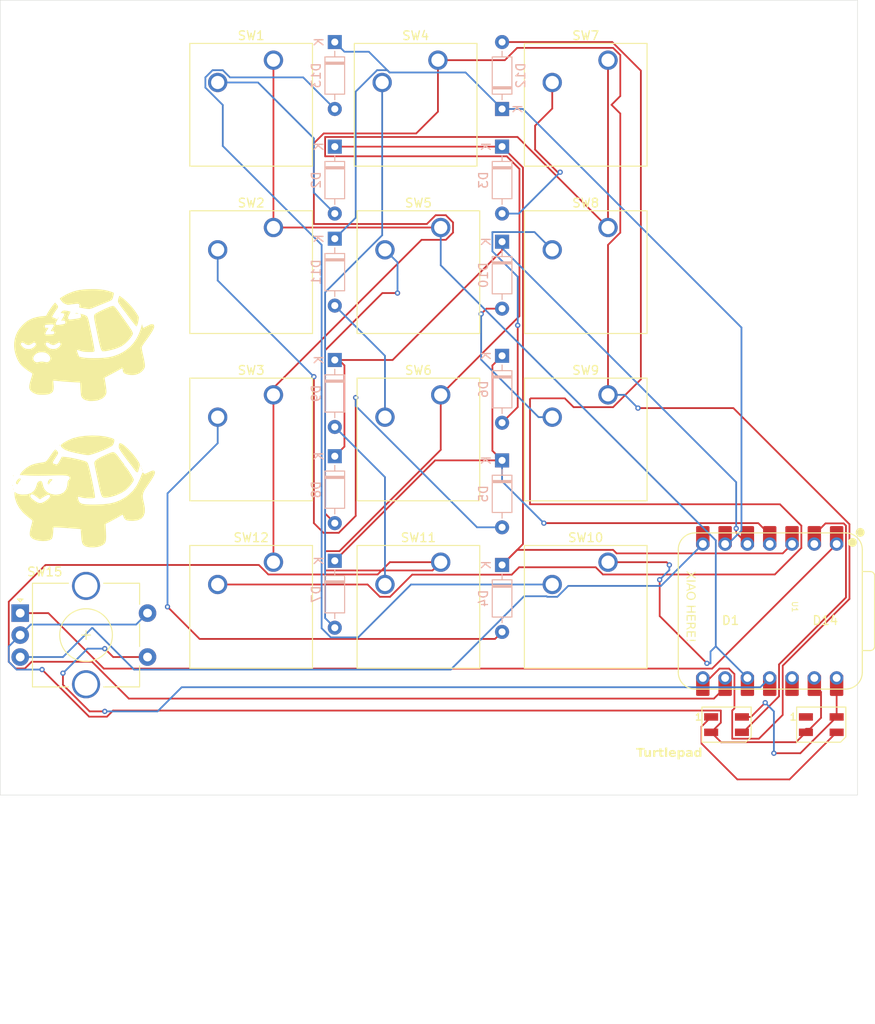
<source format=kicad_pcb>
(kicad_pcb (version 20240108) (generator "pcbnew") (generator_version "8.0")
  (layers (0 "F.Cu" signal) (31 "B.Cu" signal) (34 "B.Paste" user) (35 "F.Paste" user) (36 "B.SilkS" user "B.Silkscreen") (37 "F.SilkS" user "F.Silkscreen") (38 "B.Mask" user) (39 "F.Mask" user) (44 "Edge.Cuts" user))
  (net 0 "")
  (net 1 "Net-(D1-DOUT)")
  (net 2 "+5V")
  (net 3 "Net-(D1-DIN)")
  (net 4 "Net-(D2-K)")
  (net 5 "Net-(D2-A)")
  (net 6 "Net-(D3-A)")
  (net 7 "Net-(D4-A)")
  (net 8 "Net-(D5-A)")
  (net 9 "Net-(D5-K)")
  (net 10 "Net-(D6-A)")
  (net 11 "Net-(D7-A)")
  (net 12 "Net-(D8-A)")
  (net 13 "Net-(D10-K)")
  (net 14 "Net-(D9-A)")
  (net 15 "Net-(D10-A)")
  (net 16 "Net-(D11-A)")
  (net 17 "Net-(D11-K)")
  (net 18 "Net-(D12-A)")
  (net 19 "Net-(D13-A)")
  (net 21 "Net-(U1-GPIO4{slash}MISO)")
  (net 22 "Net-(U1-GPIO1{slash}RX)")
  (net 23 "Net-(U1-GPIO2{slash}SCK)")
  (net 24 "Net-(U1-GPIO26{slash}ADC0{slash}A0)")
  (net 25 "Net-(U1-GPIO3{slash}MOSI)")
  (net 26 "Net-(U1-GPIO0{slash}TX)")
  (net 28 "GND")
  (footprint "Button_Switch_Keyboard:SW_Cherry_MX_1.00u_PCB" (layer "F.Cu") (at 131.1275 68.73875)
    (property "Reference" "SW8" (at -2.54 -2.794 0) (layer "F.SilkS"))
    (property "Value" "SW_Push")
    (pad "" np_thru_hole circle (at -7.62 5.08) (size 1.7 1.7) (drill 1.7) (layers "*.Cu" "*.Mask"))
    (pad "" np_thru_hole circle (at -2.54 5.08) (size 4 4) (drill 4) (layers "*.Cu" "*.Mask"))
    (pad "" np_thru_hole circle (at 2.54 5.08) (size 1.7 1.7) (drill 1.7) (layers "*.Cu" "*.Mask"))
    (pad "1" thru_hole circle (at 0 0) (size 2.2 2.2) (drill 1.5) (layers "*.Cu" "*.Mask") (net 23 "Net-(U1-GPIO2{slash}SCK)"))
    (pad "2" thru_hole circle (at -6.35 2.54) (size 2.2 2.2) (drill 1.5) (layers "*.Cu" "*.Mask") (net 10 "Net-(D6-A)"))
  )
  (footprint "LED_SMD:LED_SK6812MINI_PLCC4_3.5x3.5mm_P1.75mm" (layer "F.Cu") (at 155.4125 125.33125)
    (property "Reference" "D14" (at 0.455 -11.8615 0) (layer "F.SilkS"))
    (property "Value" "SK6812MINI")
    (fp_text user "1" (at -3.2 -0.875 0) (layer "F.SilkS") (effects (font (size 0.8 0.8))))
    (pad "1" smd rect (at -1.75 -0.875) (size 1.6 0.85) (layers "F.Cu" "F.Paste" "F.Mask"))
    (pad "2" smd rect (at -1.75 0.875) (size 1.6 0.85) (layers "F.Cu" "F.Paste" "F.Mask") (net 28 "GND"))
    (pad "3" smd rect (at 1.75 0.875) (size 1.6 0.85) (layers "F.Cu" "F.Paste" "F.Mask") (net 1 "Net-(D1-DOUT)"))
    (pad "4" smd rect (at 1.75 -0.875) (size 1.6 0.85) (layers "F.Cu" "F.Paste" "F.Mask") (net 2 "+5V"))
  )
  (footprint "Button_Switch_Keyboard:SW_Cherry_MX_1.00u_PCB" (layer "F.Cu") (at 93.0275 87.78875)
    (property "Reference" "SW3" (at -2.54 -2.794 0) (layer "F.SilkS"))
    (property "Value" "SW_Push")
    (pad "" np_thru_hole circle (at -7.62 5.08) (size 1.7 1.7) (drill 1.7) (layers "*.Cu" "*.Mask"))
    (pad "" np_thru_hole circle (at -2.54 5.08) (size 4 4) (drill 4) (layers "*.Cu" "*.Mask"))
    (pad "" np_thru_hole circle (at 2.54 5.08) (size 1.7 1.7) (drill 1.7) (layers "*.Cu" "*.Mask"))
    (pad "1" thru_hole circle (at 0 0) (size 2.2 2.2) (drill 1.5) (layers "*.Cu" "*.Mask") (net 22 "Net-(U1-GPIO1{slash}RX)"))
    (pad "2" thru_hole circle (at -6.35 2.54) (size 2.2 2.2) (drill 1.5) (layers "*.Cu" "*.Mask") (net 7 "Net-(D4-A)"))
  )
  (footprint "Button_Switch_Keyboard:SW_Cherry_MX_1.00u_PCB" (layer "F.Cu") (at 93.0275 106.83875)
    (property "Reference" "SW12" (at -2.54 -2.794 0) (layer "F.SilkS"))
    (property "Value" "SW_Push")
    (pad "" np_thru_hole circle (at -7.62 5.08) (size 1.7 1.7) (drill 1.7) (layers "*.Cu" "*.Mask"))
    (pad "" np_thru_hole circle (at -2.54 5.08) (size 4 4) (drill 4) (layers "*.Cu" "*.Mask"))
    (pad "" np_thru_hole circle (at 2.54 5.08) (size 1.7 1.7) (drill 1.7) (layers "*.Cu" "*.Mask"))
    (pad "1" thru_hole circle (at 0 0) (size 2.2 2.2) (drill 1.5) (layers "*.Cu" "*.Mask") (net 22 "Net-(U1-GPIO1{slash}RX)"))
    (pad "2" thru_hole circle (at -6.35 2.54) (size 2.2 2.2) (drill 1.5) (layers "*.Cu" "*.Mask") (net 18 "Net-(D12-A)"))
  )
  (footprint "Button_Switch_Keyboard:SW_Cherry_MX_1.00u_PCB" (layer "F.Cu") (at 131.1275 106.83875)
    (property "Reference" "SW10" (at -2.54 -2.794 0) (layer "F.SilkS"))
    (property "Value" "SW_Push")
    (pad "" np_thru_hole circle (at -7.62 5.08) (size 1.7 1.7) (drill 1.7) (layers "*.Cu" "*.Mask"))
    (pad "" np_thru_hole circle (at -2.54 5.08) (size 4 4) (drill 4) (layers "*.Cu" "*.Mask"))
    (pad "" np_thru_hole circle (at 2.54 5.08) (size 1.7 1.7) (drill 1.7) (layers "*.Cu" "*.Mask"))
    (pad "1" thru_hole circle (at 0 0) (size 2.2 2.2) (drill 1.5) (layers "*.Cu" "*.Mask") (net 21 "Net-(U1-GPIO4{slash}MISO)"))
    (pad "2" thru_hole circle (at -6.35 2.54) (size 2.2 2.2) (drill 1.5) (layers "*.Cu" "*.Mask") (net 19 "Net-(D13-A)"))
  )
  (footprint "Button_Switch_Keyboard:SW_Cherry_MX_1.00u_PCB" (layer "F.Cu") (at 131.1275 49.68875)
    (property "Reference" "SW7" (at -2.54 -2.794 0) (layer "F.SilkS"))
    (property "Value" "SW_Push")
    (pad "" np_thru_hole circle (at -7.62 5.08) (size 1.7 1.7) (drill 1.7) (layers "*.Cu" "*.Mask"))
    (pad "" np_thru_hole circle (at -2.54 5.08) (size 4 4) (drill 4) (layers "*.Cu" "*.Mask"))
    (pad "" np_thru_hole circle (at 2.54 5.08) (size 1.7 1.7) (drill 1.7) (layers "*.Cu" "*.Mask"))
    (pad "1" thru_hole circle (at 0 0) (size 2.2 2.2) (drill 1.5) (layers "*.Cu" "*.Mask") (net 23 "Net-(U1-GPIO2{slash}SCK)"))
    (pad "2" thru_hole circle (at -6.35 2.54) (size 2.2 2.2) (drill 1.5) (layers "*.Cu" "*.Mask") (net 6 "Net-(D3-A)"))
  )
  (footprint "Button_Switch_Keyboard:SW_Cherry_MX_1.00u_PCB" (layer "F.Cu") (at 112.0775 68.73875)
    (property "Reference" "SW5" (at -2.54 -2.794 0) (layer "F.SilkS"))
    (property "Value" "SW_Push")
    (pad "" np_thru_hole circle (at -7.62 5.08) (size 1.7 1.7) (drill 1.7) (layers "*.Cu" "*.Mask"))
    (pad "" np_thru_hole circle (at -2.54 5.08) (size 4 4) (drill 4) (layers "*.Cu" "*.Mask"))
    (pad "" np_thru_hole circle (at 2.54 5.08) (size 1.7 1.7) (drill 1.7) (layers "*.Cu" "*.Mask"))
    (pad "1" thru_hole circle (at 0 0) (size 2.2 2.2) (drill 1.5) (layers "*.Cu" "*.Mask") (net 21 "Net-(U1-GPIO4{slash}MISO)"))
    (pad "2" thru_hole circle (at -6.35 2.54) (size 2.2 2.2) (drill 1.5) (layers "*.Cu" "*.Mask") (net 12 "Net-(D8-A)"))
  )
  (footprint "LOGO" (layer "F.Cu") (at 71.4375 97.63125)
    (property "Reference" "G***" (hide yes))
    (property "Value" "LOGO" (hide yes))
  )
  (footprint "tlibfootprint:XIAO-RP2040-DIP" (layer "F.Cu") (at 149.5425 112.395 -90)
    (property "Reference" "U1" (at -0.47625 -2.8575 -90) (layer "F.SilkS") (effects (font (size 0.635 0.635) (thickness 0.1016))))
    (property "Value" "XIAO-RP2040-DIP")
    (pad "1" smd roundrect (at -8.455 -7.62 90) (size 2.432 1.524) (layers "F.Cu" "F.Mask") (roundrect_rratio 0.1) (net 24 "Net-(U1-GPIO26{slash}ADC0{slash}A0)"))
    (pad "1" thru_hole circle (at -7.62 -7.62 90) (size 1.524 1.524) (drill 0.889) (layers "*.Cu" "*.Mask") (net 24 "Net-(U1-GPIO26{slash}ADC0{slash}A0)"))
    (pad "2" smd roundrect (at -8.455 -5.08 90) (size 2.432 1.524) (layers "F.Cu" "F.Mask") (roundrect_rratio 0.1) (net 3 "Net-(D1-DIN)"))
    (pad "2" thru_hole circle (at -7.62 -5.08 90) (size 1.524 1.524) (drill 0.889) (layers "*.Cu" "*.Mask") (net 3 "Net-(D1-DIN)"))
    (pad "3" smd roundrect (at -8.455 -2.54 90) (size 2.432 1.524) (layers "F.Cu" "F.Mask") (roundrect_rratio 0.1) (net 4 "Net-(D2-K)"))
    (pad "3" thru_hole circle (at -7.62 -2.54 90) (size 1.524 1.524) (drill 0.889) (layers "*.Cu" "*.Mask") (net 4 "Net-(D2-K)"))
    (pad "4" smd roundrect (at -8.455 0 90) (size 2.432 1.524) (layers "F.Cu" "F.Mask") (roundrect_rratio 0.1) (net 9 "Net-(D5-K)"))
    (pad "4" thru_hole circle (at -7.62 0 90) (size 1.524 1.524) (drill 0.889) (layers "*.Cu" "*.Mask") (net 9 "Net-(D5-K)"))
    (pad "5" smd roundrect (at -8.455 2.54 90) (size 2.432 1.524) (layers "F.Cu" "F.Mask") (roundrect_rratio 0.1) (net 13 "Net-(D10-K)"))
    (pad "5" thru_hole circle (at -7.62 2.54 90) (size 1.524 1.524) (drill 0.889) (layers "*.Cu" "*.Mask") (net 13 "Net-(D10-K)"))
    (pad "6" smd roundrect (at -8.455 5.08 90) (size 2.432 1.524) (layers "F.Cu" "F.Mask") (roundrect_rratio 0.1) (net 17 "Net-(D11-K)"))
    (pad "6" thru_hole circle (at -7.62 5.08 90) (size 1.524 1.524) (drill 0.889) (layers "*.Cu" "*.Mask") (net 17 "Net-(D11-K)"))
    (pad "7" smd roundrect (at -8.455 7.62 90) (size 2.432 1.524) (layers "F.Cu" "F.Mask") (roundrect_rratio 0.1) (net 26 "Net-(U1-GPIO0{slash}TX)"))
    (pad "7" thru_hole circle (at -7.62 7.62 90) (size 1.524 1.524) (drill 0.889) (layers "*.Cu" "*.Mask") (net 26 "Net-(U1-GPIO0{slash}TX)"))
    (pad "8" thru_hole circle (at 7.62 7.62 270) (size 1.524 1.524) (drill 0.889) (layers "*.Cu" "*.Mask") (net 22 "Net-(U1-GPIO1{slash}RX)"))
    (pad "8" smd roundrect (at 8.455 7.62 270) (size 2.432 1.524) (layers "F.Cu" "F.Mask") (roundrect_rratio 0.1) (net 22 "Net-(U1-GPIO1{slash}RX)"))
    (pad "9" thru_hole circle (at 7.62 5.08 270) (size 1.524 1.524) (drill 0.889) (layers "*.Cu" "*.Mask") (net 23 "Net-(U1-GPIO2{slash}SCK)"))
    (pad "9" smd roundrect (at 8.455 5.08 270) (size 2.432 1.524) (layers "F.Cu" "F.Mask") (roundrect_rratio 0.1) (net 23 "Net-(U1-GPIO2{slash}SCK)"))
    (pad "10" thru_hole circle (at 7.62 2.54 270) (size 1.524 1.524) (drill 0.889) (layers "*.Cu" "*.Mask") (net 21 "Net-(U1-GPIO4{slash}MISO)"))
    (pad "10" smd roundrect (at 8.455 2.54 270) (size 2.432 1.524) (layers "F.Cu" "F.Mask") (roundrect_rratio 0.1) (net 21 "Net-(U1-GPIO4{slash}MISO)"))
    (pad "11" thru_hole circle (at 7.62 0 270) (size 1.524 1.524) (drill 0.889) (layers "*.Cu" "*.Mask") (net 25 "Net-(U1-GPIO3{slash}MOSI)"))
    (pad "11" smd roundrect (at 8.455 0 270) (size 2.432 1.524) (layers "F.Cu" "F.Mask") (roundrect_rratio 0.1) (net 25 "Net-(U1-GPIO3{slash}MOSI)"))
    (pad "12" thru_hole circle (at 7.62 -2.54 270) (size 1.524 1.524) (drill 0.889) (layers "*.Cu" "*.Mask"))
    (pad "12" smd roundrect (at 8.455 -2.54 270) (size 2.432 1.524) (layers "F.Cu" "F.Mask") (roundrect_rratio 0.1))
    (pad "13" thru_hole circle (at 7.62 -5.08 270) (size 1.524 1.524) (drill 0.889) (layers "*.Cu" "*.Mask") (net 28 "GND"))
    (pad "13" smd roundrect (at 8.455 -5.08 270) (size 2.432 1.524) (layers "F.Cu" "F.Mask") (roundrect_rratio 0.1) (net 28 "GND"))
    (pad "14" thru_hole circle (at 7.62 -7.62 270) (size 1.524 1.524) (drill 0.889) (layers "*.Cu" "*.Mask") (net 2 "+5V"))
    (pad "14" smd roundrect (at 8.455 -7.62 270) (size 2.432 1.524) (layers "F.Cu" "F.Mask") (roundrect_rratio 0.1) (net 2 "+5V"))
  )
  (footprint "Button_Switch_Keyboard:SW_Cherry_MX_1.00u_PCB" (layer "F.Cu") (at 111.76 49.68875)
    (property "Reference" "SW4" (at -2.54 -2.794 0) (layer "F.SilkS"))
    (property "Value" "SW_Push")
    (pad "" np_thru_hole circle (at -7.62 5.08) (size 1.7 1.7) (drill 1.7) (layers "*.Cu" "*.Mask"))
    (pad "" np_thru_hole circle (at -2.54 5.08) (size 4 4) (drill 4) (layers "*.Cu" "*.Mask"))
    (pad "" np_thru_hole circle (at 2.54 5.08) (size 1.7 1.7) (drill 1.7) (layers "*.Cu" "*.Mask"))
    (pad "1" thru_hole circle (at 0 0) (size 2.2 2.2) (drill 1.5) (layers "*.Cu" "*.Mask") (net 22 "Net-(U1-GPIO1{slash}RX)"))
    (pad "2" thru_hole circle (at -6.35 2.54) (size 2.2 2.2) (drill 1.5) (layers "*.Cu" "*.Mask") (net 11 "Net-(D7-A)"))
  )
  (footprint "Button_Switch_Keyboard:SW_Cherry_MX_1.00u_PCB" (layer "F.Cu") (at 112.0775 106.83875)
    (property "Reference" "SW11" (at -2.54 -2.794 0) (layer "F.SilkS"))
    (property "Value" "SW_Push")
    (pad "" np_thru_hole circle (at -7.62 5.08) (size 1.7 1.7) (drill 1.7) (layers "*.Cu" "*.Mask"))
    (pad "" np_thru_hole circle (at -2.54 5.08) (size 4 4) (drill 4) (layers "*.Cu" "*.Mask"))
    (pad "" np_thru_hole circle (at 2.54 5.08) (size 1.7 1.7) (drill 1.7) (layers "*.Cu" "*.Mask"))
    (pad "1" thru_hole circle (at 0 0) (size 2.2 2.2) (drill 1.5) (layers "*.Cu" "*.Mask") (net 23 "Net-(U1-GPIO2{slash}SCK)"))
    (pad "2" thru_hole circle (at -6.35 2.54) (size 2.2 2.2) (drill 1.5) (layers "*.Cu" "*.Mask") (net 14 "Net-(D9-A)"))
  )
  (footprint "Button_Switch_Keyboard:SW_Cherry_MX_1.00u_PCB" (layer "F.Cu") (at 131.1275 87.78875)
    (property "Reference" "SW9" (at -2.54 -2.794 0) (layer "F.SilkS"))
    (property "Value" "SW_Push")
    (pad "" np_thru_hole circle (at -7.62 5.08) (size 1.7 1.7) (drill 1.7) (layers "*.Cu" "*.Mask"))
    (pad "" np_thru_hole circle (at -2.54 5.08) (size 4 4) (drill 4) (layers "*.Cu" "*.Mask"))
    (pad "" np_thru_hole circle (at 2.54 5.08) (size 1.7 1.7) (drill 1.7) (layers "*.Cu" "*.Mask"))
    (pad "1" thru_hole circle (at 0 0) (size 2.2 2.2) (drill 1.5) (layers "*.Cu" "*.Mask") (net 22 "Net-(U1-GPIO1{slash}RX)"))
    (pad "2" thru_hole circle (at -6.35 2.54) (size 2.2 2.2) (drill 1.5) (layers "*.Cu" "*.Mask") (net 15 "Net-(D10-A)"))
  )
  (footprint "Button_Switch_Keyboard:SW_Cherry_MX_1.00u_PCB" (layer "F.Cu") (at 93.0275 49.68875)
    (property "Reference" "SW1" (at -2.54 -2.794 0) (layer "F.SilkS"))
    (property "Value" "SW_Push")
    (pad "" np_thru_hole circle (at -7.62 5.08) (size 1.7 1.7) (drill 1.7) (layers "*.Cu" "*.Mask"))
    (pad "" np_thru_hole circle (at -2.54 5.08) (size 4 4) (drill 4) (layers "*.Cu" "*.Mask"))
    (pad "" np_thru_hole circle (at 2.54 5.08) (size 1.7 1.7) (drill 1.7) (layers "*.Cu" "*.Mask"))
    (pad "1" thru_hole circle (at 0 0) (size 2.2 2.2) (drill 1.5) (layers "*.Cu" "*.Mask") (net 21 "Net-(U1-GPIO4{slash}MISO)"))
    (pad "2" thru_hole circle (at -6.35 2.54) (size 2.2 2.2) (drill 1.5) (layers "*.Cu" "*.Mask") (net 5 "Net-(D2-A)"))
  )
  (footprint "LOGO" (layer "F.Cu") (at 71.4375 80.9625)
    (property "Reference" "G***" (hide yes))
    (property "Value" "LOGO" (hide yes))
  )
  (footprint "Button_Switch_Keyboard:SW_Cherry_MX_1.00u_PCB" (layer "F.Cu") (at 112.0775 87.78875)
    (property "Reference" "SW6" (at -2.54 -2.794 0) (layer "F.SilkS"))
    (property "Value" "SW_Push")
    (pad "" np_thru_hole circle (at -7.62 5.08) (size 1.7 1.7) (drill 1.7) (layers "*.Cu" "*.Mask"))
    (pad "" np_thru_hole circle (at -2.54 5.08) (size 4 4) (drill 4) (layers "*.Cu" "*.Mask"))
    (pad "" np_thru_hole circle (at 2.54 5.08) (size 1.7 1.7) (drill 1.7) (layers "*.Cu" "*.Mask"))
    (pad "1" thru_hole circle (at 0 0) (size 2.2 2.2) (drill 1.5) (layers "*.Cu" "*.Mask") (net 23 "Net-(U1-GPIO2{slash}SCK)"))
    (pad "2" thru_hole circle (at -6.35 2.54) (size 2.2 2.2) (drill 1.5) (layers "*.Cu" "*.Mask") (net 16 "Net-(D11-A)"))
  )
  (footprint "Button_Switch_Keyboard:SW_Cherry_MX_1.00u_PCB" (layer "F.Cu") (at 93.0275 68.73875)
    (property "Reference" "SW2" (at -2.54 -2.794 0) (layer "F.SilkS"))
    (property "Value" "SW_Push")
    (pad "" np_thru_hole circle (at -7.62 5.08) (size 1.7 1.7) (drill 1.7) (layers "*.Cu" "*.Mask"))
    (pad "" np_thru_hole circle (at -2.54 5.08) (size 4 4) (drill 4) (layers "*.Cu" "*.Mask"))
    (pad "" np_thru_hole circle (at 2.54 5.08) (size 1.7 1.7) (drill 1.7) (layers "*.Cu" "*.Mask"))
    (pad "1" thru_hole circle (at 0 0) (size 2.2 2.2) (drill 1.5) (layers "*.Cu" "*.Mask") (net 21 "Net-(U1-GPIO4{slash}MISO)"))
    (pad "2" thru_hole circle (at -6.35 2.54) (size 2.2 2.2) (drill 1.5) (layers "*.Cu" "*.Mask") (net 8 "Net-(D5-A)"))
  )
  (footprint "Rotary_Encoder:RotaryEncoder_Alps_EC11E-Switch_Vertical_H20mm_CircularMountingHoles" (layer "F.Cu") (at 64.1875 112.6375)
    (property "Reference" "SW15" (at 2.8 -4.7 0) (layer "F.SilkS"))
    (property "Value" "RotaryEncoder_Switch")
    (pad "A" thru_hole rect (at 0 0) (size 2 2) (drill 1) (layers "*.Cu" "*.Mask") (net 24 "Net-(U1-GPIO26{slash}ADC0{slash}A0)"))
    (pad "B" thru_hole circle (at 0 5) (size 2 2) (drill 1) (layers "*.Cu" "*.Mask") (net 26 "Net-(U1-GPIO0{slash}TX)"))
    (pad "C" thru_hole circle (at 0 2.5) (size 2 2) (drill 1) (layers "*.Cu" "*.Mask") (net 28 "GND"))
    (pad "MP" thru_hole circle (at 7.5 -3.1) (size 3.2 3.2) (drill 2.6) (layers "*.Cu" "*.Mask"))
    (pad "MP" thru_hole circle (at 7.5 8.1) (size 3.2 3.2) (drill 2.6) (layers "*.Cu" "*.Mask"))
    (pad "S1" thru_hole circle (at 14.5 5) (size 2 2) (drill 1) (layers "*.Cu" "*.Mask") (net 25 "Net-(U1-GPIO3{slash}MOSI)"))
    (pad "S2" thru_hole circle (at 14.5 0) (size 2 2) (drill 1) (layers "*.Cu" "*.Mask") (net 28 "GND"))
  )
  (footprint "LED_SMD:LED_SK6812MINI_PLCC4_3.5x3.5mm_P1.75mm" (layer "F.Cu") (at 144.625 125.33125)
    (property "Reference" "D1" (at 0.455 -11.8615 0) (layer "F.SilkS"))
    (property "Value" "SK6812MINI")
    (fp_text user "1" (at -3.2 -0.875 0) (layer "F.SilkS") (effects (font (size 0.8 0.8))))
    (pad "1" smd rect (at -1.75 -0.875) (size 1.6 0.85) (layers "F.Cu" "F.Paste" "F.Mask") (net 1 "Net-(D1-DOUT)"))
    (pad "2" smd rect (at -1.75 0.875) (size 1.6 0.85) (layers "F.Cu" "F.Paste" "F.Mask") (net 28 "GND"))
    (pad "3" smd rect (at 1.75 0.875) (size 1.6 0.85) (layers "F.Cu" "F.Paste" "F.Mask") (net 3 "Net-(D1-DIN)"))
    (pad "4" smd rect (at 1.75 -0.875) (size 1.6 0.85) (layers "F.Cu" "F.Paste" "F.Mask") (net 2 "+5V"))
  )
  (footprint "Diode_THT:D_DO-35_SOD27_P7.62mm_Horizontal" (layer "B.Cu") (at 100.0125 83.82 -90)
    (property "Reference" "D9" (at 3.81 2.12 90) (layer "B.SilkS") (effects (justify mirror)))
    (property "Value" "D")
    (fp_text user "K" (at 0 1.8 90) (layer "B.SilkS") (effects (justify mirror)))
    (pad "1" thru_hole rect (at 0 0 270) (size 1.6 1.6) (drill 0.8) (layers "*.Cu" "*.Mask") (net 13 "Net-(D10-K)"))
    (pad "2" thru_hole oval (at 7.62 0 270) (size 1.6 1.6) (drill 0.8) (layers "*.Cu" "*.Mask") (net 14 "Net-(D9-A)"))
  )
  (footprint "Diode_THT:D_DO-35_SOD27_P7.62mm_Horizontal" (layer "B.Cu") (at 100.0125 70.00875 -90)
    (property "Reference" "D11" (at 3.81 2.12 90) (layer "B.SilkS") (effects (justify mirror)))
    (property "Value" "D")
    (fp_text user "K" (at 0 1.8 90) (layer "B.SilkS") (effects (justify mirror)))
    (pad "1" thru_hole rect (at 0 0 270) (size 1.6 1.6) (drill 0.8) (layers "*.Cu" "*.Mask") (net 17 "Net-(D11-K)"))
    (pad "2" thru_hole oval (at 7.62 0 270) (size 1.6 1.6) (drill 0.8) (layers "*.Cu" "*.Mask") (net 16 "Net-(D11-A)"))
  )
  (footprint "Diode_THT:D_DO-35_SOD27_P7.62mm_Horizontal" (layer "B.Cu") (at 119.0625 59.53125 -90)
    (property "Reference" "D3" (at 3.81 2.12 90) (layer "B.SilkS") (effects (justify mirror)))
    (property "Value" "D")
    (fp_text user "K" (at 0 1.8 90) (layer "B.SilkS") (effects (justify mirror)))
    (pad "1" thru_hole rect (at 0 0 270) (size 1.6 1.6) (drill 0.8) (layers "*.Cu" "*.Mask") (net 4 "Net-(D2-K)"))
    (pad "2" thru_hole oval (at 7.62 0 270) (size 1.6 1.6) (drill 0.8) (layers "*.Cu" "*.Mask") (net 6 "Net-(D3-A)"))
  )
  (footprint "Diode_THT:D_DO-35_SOD27_P7.62mm_Horizontal" (layer "B.Cu") (at 100.0125 106.68 -90)
    (property "Reference" "D7" (at 3.81 2.12 90) (layer "B.SilkS") (effects (justify mirror)))
    (property "Value" "D")
    (fp_text user "K" (at 0 1.8 90) (layer "B.SilkS") (effects (justify mirror)))
    (pad "1" thru_hole rect (at 0 0 270) (size 1.6 1.6) (drill 0.8) (layers "*.Cu" "*.Mask") (net 9 "Net-(D5-K)"))
    (pad "2" thru_hole oval (at 7.62 0 270) (size 1.6 1.6) (drill 0.8) (layers "*.Cu" "*.Mask") (net 11 "Net-(D7-A)"))
  )
  (footprint "Diode_THT:D_DO-35_SOD27_P7.62mm_Horizontal" (layer "B.Cu") (at 119.0625 83.34375 -90)
    (property "Reference" "D6" (at 3.81 2.12 90) (layer "B.SilkS") (effects (justify mirror)))
    (property "Value" "D")
    (fp_text user "K" (at 0 1.8 90) (layer "B.SilkS") (effects (justify mirror)))
    (pad "1" thru_hole rect (at 0 0 270) (size 1.6 1.6) (drill 0.8) (layers "*.Cu" "*.Mask") (net 9 "Net-(D5-K)"))
    (pad "2" thru_hole oval (at 7.62 0 270) (size 1.6 1.6) (drill 0.8) (layers "*.Cu" "*.Mask") (net 10 "Net-(D6-A)"))
  )
  (footprint "Diode_THT:D_DO-35_SOD27_P7.62mm_Horizontal" (layer "B.Cu") (at 119.0625 55.245 90)
    (property "Reference" "D12" (at 3.81 2.12 90) (layer "B.SilkS") (effects (justify mirror)))
    (property "Value" "D")
    (fp_text user "K" (at 0 1.8 90) (layer "B.SilkS") (effects (justify mirror)))
    (pad "1" thru_hole rect (at 0 0 90) (size 1.6 1.6) (drill 0.8) (layers "*.Cu" "*.Mask") (net 17 "Net-(D11-K)"))
    (pad "2" thru_hole oval (at 7.62 0 90) (size 1.6 1.6) (drill 0.8) (layers "*.Cu" "*.Mask") (net 18 "Net-(D12-A)"))
  )
  (footprint "Diode_THT:D_DO-35_SOD27_P7.62mm_Horizontal" (layer "B.Cu") (at 119.0625 70.35625 -90)
    (property "Reference" "D10" (at 3.81 2.12 90) (layer "B.SilkS") (effects (justify mirror)))
    (property "Value" "D")
    (fp_text user "K" (at 0 1.8 90) (layer "B.SilkS") (effects (justify mirror)))
    (pad "1" thru_hole rect (at 0 0 270) (size 1.6 1.6) (drill 0.8) (layers "*.Cu" "*.Mask") (net 13 "Net-(D10-K)"))
    (pad "2" thru_hole oval (at 7.62 0 270) (size 1.6 1.6) (drill 0.8) (layers "*.Cu" "*.Mask") (net 15 "Net-(D10-A)"))
  )
  (footprint "Diode_THT:D_DO-35_SOD27_P7.62mm_Horizontal" (layer "B.Cu") (at 100.0125 94.77375 -90)
    (property "Reference" "D8" (at 3.81 2.12 90) (layer "B.SilkS") (effects (justify mirror)))
    (property "Value" "D")
    (fp_text user "K" (at 0 1.8 90) (layer "B.SilkS") (effects (justify mirror)))
    (pad "1" thru_hole rect (at 0 0 270) (size 1.6 1.6) (drill 0.8) (layers "*.Cu" "*.Mask") (net 13 "Net-(D10-K)"))
    (pad "2" thru_hole oval (at 7.62 0 270) (size 1.6 1.6) (drill 0.8) (layers "*.Cu" "*.Mask") (net 12 "Net-(D8-A)"))
  )
  (footprint "Diode_THT:D_DO-35_SOD27_P7.62mm_Horizontal" (layer "B.Cu") (at 119.0625 107.15625 -90)
    (property "Reference" "D4" (at 3.81 2.12 90) (layer "B.SilkS") (effects (justify mirror)))
    (property "Value" "D")
    (fp_text user "K" (at 0 1.8 90) (layer "B.SilkS") (effects (justify mirror)))
    (pad "1" thru_hole rect (at 0 0 270) (size 1.6 1.6) (drill 0.8) (layers "*.Cu" "*.Mask") (net 4 "Net-(D2-K)"))
    (pad "2" thru_hole oval (at 7.62 0 270) (size 1.6 1.6) (drill 0.8) (layers "*.Cu" "*.Mask") (net 7 "Net-(D4-A)"))
  )
  (footprint "Diode_THT:D_DO-35_SOD27_P7.62mm_Horizontal" (layer "B.Cu") (at 119.0625 95.25 -90)
    (property "Reference" "D5" (at 3.81 2.12 90) (layer "B.SilkS") (effects (justify mirror)))
    (property "Value" "D")
    (fp_text user "K" (at 0 1.8 90) (layer "B.SilkS") (effects (justify mirror)))
    (pad "1" thru_hole rect (at 0 0 270) (size 1.6 1.6) (drill 0.8) (layers "*.Cu" "*.Mask") (net 9 "Net-(D5-K)"))
    (pad "2" thru_hole oval (at 7.62 0 270) (size 1.6 1.6) (drill 0.8) (layers "*.Cu" "*.Mask") (net 8 "Net-(D5-A)"))
  )
  (footprint "Diode_THT:D_DO-35_SOD27_P7.62mm_Horizontal" (layer "B.Cu") (at 100.0125 47.625 -90)
    (property "Reference" "D13" (at 3.81 2.12 90) (layer "B.SilkS") (effects (justify mirror)))
    (property "Value" "D")
    (fp_text user "K" (at 0 1.8 90) (layer "B.SilkS") (effects (justify mirror)))
    (pad "1" thru_hole rect (at 0 0 270) (size 1.6 1.6) (drill 0.8) (layers "*.Cu" "*.Mask") (net 17 "Net-(D11-K)"))
    (pad "2" thru_hole oval (at 7.62 0 270) (size 1.6 1.6) (drill 0.8) (layers "*.Cu" "*.Mask") (net 19 "Net-(D13-A)"))
  )
  (footprint "Diode_THT:D_DO-35_SOD27_P7.62mm_Horizontal" (layer "B.Cu") (at 100.0125 59.53125 -90)
    (property "Reference" "D2" (at 3.81 2.12 90) (layer "B.SilkS") (effects (justify mirror)))
    (property "Value" "D")
    (fp_text user "K" (at 0 1.8 90) (layer "B.SilkS") (effects (justify mirror)))
    (pad "1" thru_hole rect (at 0 0 270) (size 1.6 1.6) (drill 0.8) (layers "*.Cu" "*.Mask") (net 4 "Net-(D2-K)"))
    (pad "2" thru_hole oval (at 7.62 0 270) (size 1.6 1.6) (drill 0.8) (layers "*.Cu" "*.Mask") (net 5 "Net-(D2-A)"))
  )
  (gr_rect (start 61.9125 42.8625) (end 159.54375 133.35) (stroke (width 0.05)) (fill none) (layer "Edge.Cuts"))
  (gr_text "Turtlepad" (at 138.1125 128.5875 0) (layer "F.SilkS") (effects (font (size 1 1) (thickness 0.1))))
  (gr_text "XIAO HERE!" (at 140.49375 111.91875 -90) (layer "F.SilkS") (effects (font (size 1 1) (thickness 0.1))))
  (segment (start 141.775 127.4875) (end 141.775 125.55625) (width 0.2) (layer "F.Cu") (net 1))
  (segment (start 145.85625 131.56875) (end 141.775 127.4875) (width 0.2) (layer "F.Cu") (net 1))
  (segment (start 157.1625 126.20625) (end 151.8 131.56875) (width 0.2) (layer "F.Cu") (net 1))
  (segment (start 141.775 125.55625) (end 142.875 124.45625) (width 0.2) (layer "F.Cu") (net 1))
  (segment (start 151.8 131.56875) (end 145.85625 131.56875) (width 0.2) (layer "F.Cu") (net 1))
  (segment (start 157.1625 120.015) (end 157.1625 124.45625) (width 0.2) (layer "F.Cu") (net 2))
  (segment (start 157.1625 124.45625) (end 153.03125 128.5875) (width 0.2) (layer "F.Cu") (net 2))
  (segment (start 146.375 124.45625) (end 147.404934 124.45625) (width 0.2) (layer "F.Cu") (net 2))
  (segment (start 147.404934 124.45625) (end 149.027467 122.833717) (width 0.2) (layer "F.Cu") (net 2))
  (segment (start 153.03125 128.5875) (end 150.01875 128.5875) (width 0.2) (layer "F.Cu") (net 2))
  (via (at 149.027467 122.833717) (size 0.6) (drill 0.3) (layers "F.Cu" "B.Cu") (net 2))
  (via (at 150.01875 128.5875) (size 0.6) (drill 0.3) (layers "F.Cu" "B.Cu") (net 2))
  (segment (start 150.01875 128.5875) (end 150.01875 123.825) (width 0.2) (layer "B.Cu") (net 2))
  (segment (start 150.01875 123.825) (end 149.027467 122.833717) (width 0.2) (layer "B.Cu") (net 2))
  (segment (start 154.6225 104.775) (end 154.6225 103.69737) (width 0.2) (layer "F.Cu") (net 3))
  (segment (start 158.2245 102.684786) (end 158.2245 110.85675) (width 0.2) (layer "F.Cu") (net 3))
  (segment (start 150.6045 118.47675) (end 150.6045 122.105214) (width 0.2) (layer "F.Cu") (net 3))
  (segment (start 150.6045 122.105214) (end 146.503464 126.20625) (width 0.2) (layer "F.Cu") (net 3))
  (segment (start 154.6225 103.69737) (end 155.89587 102.424) (width 0.2) (layer "F.Cu") (net 3))
  (segment (start 157.963714 102.424) (end 158.2245 102.684786) (width 0.2) (layer "F.Cu") (net 3))
  (segment (start 155.89587 102.424) (end 157.963714 102.424) (width 0.2) (layer "F.Cu") (net 3))
  (segment (start 146.503464 126.20625) (end 146.375 126.20625) (width 0.2) (layer "F.Cu") (net 3))
  (segment (start 158.2245 110.85675) (end 150.6045 118.47675) (width 0.2) (layer "F.Cu") (net 3))
  (segment (start 152.0825 104.775) (end 151.0205 105.837) (width 0.2) (layer "F.Cu") (net 4))
  (segment (start 132.105649 105.837) (end 131.707399 105.43875) (width 0.2) (layer "F.Cu") (net 4))
  (segment (start 151.0205 105.837) (end 132.105649 105.837) (width 0.2) (layer "F.Cu") (net 4))
  (segment (start 121.44375 61.9125) (end 119.0625 59.53125) (width 0.2) (layer "F.Cu") (net 4))
  (segment (start 131.707399 105.43875) (end 120.78 105.43875) (width 0.2) (layer "F.Cu") (net 4))
  (segment (start 119.0625 107.15625) (end 121.44375 104.775) (width 0.2) (layer "F.Cu") (net 4))
  (segment (start 119.0625 59.53125) (end 100.0125 59.53125) (width 0.2) (layer "F.Cu") (net 4))
  (segment (start 120.78 105.43875) (end 119.0625 107.15625) (width 0.2) (layer "F.Cu") (net 4))
  (segment (start 121.44375 104.775) (end 121.44375 61.9125) (width 0.2) (layer "F.Cu") (net 4))
  (segment (start 97.63125 58.589098) (end 97.63125 64.77) (width 0.2) (layer "B.Cu") (net 5))
  (segment (start 91.270902 52.22875) (end 97.63125 58.589098) (width 0.2) (layer "B.Cu") (net 5))
  (segment (start 97.63125 64.77) (end 100.0125 67.15125) (width 0.2) (layer "B.Cu") (net 5))
  (segment (start 86.6775 52.22875) (end 91.270902 52.22875) (width 0.2) (layer "B.Cu") (net 5))
  (segment (start 124.7775 55.195806) (end 122.823306 57.15) (width 0.2) (layer "F.Cu") (net 6))
  (segment (start 122.823306 59.86887) (end 125.536593 62.582157) (width 0.2) (layer "F.Cu") (net 6))
  (segment (start 124.7775 52.22875) (end 124.7775 55.195806) (width 0.2) (layer "F.Cu") (net 6))
  (segment (start 122.823306 57.15) (end 122.823306 59.86887) (width 0.2) (layer "F.Cu") (net 6))
  (segment (start 125.536593 62.582157) (end 125.678015 62.440735) (width 0.2) (layer "F.Cu") (net 6))
  (via (at 125.678015 62.440735) (size 0.6) (drill 0.3) (layers "F.Cu" "B.Cu") (net 6))
  (segment (start 125.678015 62.440735) (end 120.9675 67.15125) (width 0.2) (layer "B.Cu") (net 6))
  (segment (start 120.9675 67.15125) (end 119.0625 67.15125) (width 0.2) (layer "B.Cu") (net 6))
  (segment (start 119.0625 114.77625) (end 118.262501 115.576249) (width 0.2) (layer "F.Cu") (net 7))
  (segment (start 84.619999 115.576249) (end 80.9625 111.91875) (width 0.2) (layer "F.Cu") (net 7))
  (segment (start 118.262501 115.576249) (end 84.619999 115.576249) (width 0.2) (layer "F.Cu") (net 7))
  (via (at 80.9625 111.91875) (size 0.6) (drill 0.3) (layers "F.Cu" "B.Cu") (net 7))
  (segment (start 86.6775 93.295806) (end 86.6775 90.32875) (width 0.2) (layer "B.Cu") (net 7))
  (segment (start 80.9625 111.91875) (end 80.9625 99.010806) (width 0.2) (layer "B.Cu") (net 7))
  (segment (start 80.9625 99.010806) (end 86.6775 93.295806) (width 0.2) (layer "B.Cu") (net 7))
  (segment (start 102.39375 101.568135) (end 100.468135 103.49375) (width 0.2) (layer "F.Cu") (net 8))
  (segment (start 98.73125 103.49375) (end 97.63125 102.39375) (width 0.2) (layer "F.Cu") (net 8))
  (segment (start 100.468135 103.49375) (end 98.73125 103.49375) (width 0.2) (layer "F.Cu") (net 8))
  (segment (start 102.39375 88.10625) (end 102.39375 101.568135) (width 0.2) (layer "F.Cu") (net 8))
  (segment (start 97.63125 102.39375) (end 97.63125 85.725) (width 0.2) (layer "F.Cu") (net 8))
  (via (at 102.39375 88.10625) (size 0.6) (drill 0.3) (layers "F.Cu" "B.Cu") (net 8))
  (via (at 97.63125 85.725) (size 0.6) (drill 0.3) (layers "F.Cu" "B.Cu") (net 8))
  (segment (start 102.39375 89.048402) (end 102.39375 88.10625) (width 0.2) (layer "B.Cu") (net 8))
  (segment (start 119.0625 102.87) (end 116.215348 102.87) (width 0.2) (layer "B.Cu") (net 8))
  (segment (start 116.215348 102.87) (end 102.39375 89.048402) (width 0.2) (layer "B.Cu") (net 8))
  (segment (start 86.6775 74.77125) (end 86.6775 71.27875) (width 0.2) (layer "B.Cu") (net 8))
  (segment (start 97.63125 85.725) (end 86.6775 74.77125) (width 0.2) (layer "B.Cu") (net 8))
  (segment (start 149.5425 104.775) (end 149.5425 103.69737) (width 0.2) (layer "F.Cu") (net 9))
  (segment (start 148.23888 102.39375) (end 123.825 102.39375) (width 0.2) (layer "F.Cu") (net 9))
  (segment (start 117.9625 94.15) (end 117.9625 84.44375) (width 0.2) (layer "F.Cu") (net 9))
  (segment (start 119.0625 95.25) (end 111.4425 95.25) (width 0.2) (layer "F.Cu") (net 9))
  (segment (start 117.9625 84.44375) (end 119.0625 83.34375) (width 0.2) (layer "F.Cu") (net 9))
  (segment (start 111.4425 95.25) (end 100.0125 106.68) (width 0.2) (layer "F.Cu") (net 9))
  (segment (start 119.0625 95.25) (end 117.9625 94.15) (width 0.2) (layer "F.Cu") (net 9))
  (segment (start 149.5425 103.69737) (end 148.23888 102.39375) (width 0.2) (layer "F.Cu") (net 9))
  (via (at 123.825 102.39375) (size 0.6) (drill 0.3) (layers "F.Cu" "B.Cu") (net 9))
  (segment (start 119.0625 97.63125) (end 119.0625 95.25) (width 0.2) (layer "B.Cu") (net 9))
  (segment (start 123.825 102.39375) (end 119.0625 97.63125) (width 0.2) (layer "B.Cu") (net 9))
  (segment (start 120.84375 89.1825) (end 120.84375 79.871028) (width 0.2) (layer "F.Cu") (net 10))
  (segment (start 119.0625 90.96375) (end 120.84375 89.1825) (width 0.2) (layer "F.Cu") (net 10))
  (via (at 120.84375 79.871028) (size 0.6) (drill 0.3) (layers "F.Cu" "B.Cu") (net 10))
  (segment (start 122.755 69.25625) (end 124.7775 71.27875) (width 0.2) (layer "B.Cu") (net 10))
  (segment (start 117.9625 71.45625) (end 117.9625 69.25625) (width 0.2) (layer "B.Cu") (net 10))
  (segment (start 120.84375 74.3375) (end 117.9625 71.45625) (width 0.2) (layer "B.Cu") (net 10))
  (segment (start 120.84375 79.871028) (end 120.84375 74.3375) (width 0.2) (layer "B.Cu") (net 10))
  (segment (start 117.9625 69.25625) (end 122.755 69.25625) (width 0.2) (layer "B.Cu") (net 10))
  (segment (start 98.9125 76.113851) (end 98.9125 113.2) (width 0.2) (layer "B.Cu") (net 11))
  (segment (start 105.41 52.22875) (end 105.41 69.616351) (width 0.2) (layer "B.Cu") (net 11))
  (segment (start 98.9125 113.2) (end 100.0125 114.3) (width 0.2) (layer "B.Cu") (net 11))
  (segment (start 105.41 69.616351) (end 98.9125 76.113851) (width 0.2) (layer "B.Cu") (net 11))
  (segment (start 100.0125 102.39375) (end 98.9125 101.29375) (width 0.2) (layer "F.Cu") (net 12))
  (segment (start 98.9125 82.72) (end 105.4325 76.2) (width 0.2) (layer "F.Cu") (net 12))
  (segment (start 98.9125 101.29375) (end 98.9125 82.72) (width 0.2) (layer "F.Cu") (net 12))
  (segment (start 105.4325 76.2) (end 107.15625 76.2) (width 0.2) (layer "F.Cu") (net 12))
  (via (at 107.15625 76.2) (size 0.6) (drill 0.3) (layers "F.Cu" "B.Cu") (net 12))
  (segment (start 107.15625 72.7075) (end 105.7275 71.27875) (width 0.2) (layer "B.Cu") (net 12))
  (segment (start 107.15625 76.2) (end 107.15625 72.7075) (width 0.2) (layer "B.Cu") (net 12))
  (segment (start 147.0025 104.775) (end 147.0025 103.94) (width 0.2) (layer "F.Cu") (net 13))
  (segment (start 119.0625 70.35625) (end 119.0625 71.35625) (width 0.2) (layer "F.Cu") (net 13))
  (segment (start 145.7245 103.497) (end 145.7245 102.99375) (width 0.2) (layer "F.Cu") (net 13))
  (segment (start 147.0025 104.775) (end 145.7245 103.497) (width 0.2) (layer "F.Cu") (net 13))
  (segment (start 106.59875 83.82) (end 100.0125 83.82) (width 0.2) (layer "F.Cu") (net 13))
  (segment (start 100.0125 94.77375) (end 101.1125 93.67375) (width 0.2) (layer "F.Cu") (net 13))
  (segment (start 119.0625 71.35625) (end 106.59875 83.82) (width 0.2) (layer "F.Cu") (net 13))
  (segment (start 101.1125 84.44375) (end 100.0125 83.34375) (width 0.2) (layer "F.Cu") (net 13))
  (segment (start 101.1125 93.67375) (end 101.1125 84.44375) (width 0.2) (layer "F.Cu") (net 13))
  (via (at 145.7245 102.99375) (size 0.6) (drill 0.3) (layers "F.Cu" "B.Cu") (net 13))
  (segment (start 145.7245 97.732806) (end 119.0625 71.070806) (width 0.2) (layer "B.Cu") (net 13))
  (segment (start 145.7245 102.99375) (end 145.7245 97.732806) (width 0.2) (layer "B.Cu") (net 13))
  (segment (start 119.0625 71.070806) (end 119.0625 70.35625) (width 0.2) (layer "B.Cu") (net 13))
  (segment (start 105.7275 109.37875) (end 105.7275 97.155) (width 0.2) (layer "B.Cu") (net 14))
  (segment (start 105.7275 97.155) (end 100.0125 91.44) (width 0.2) (layer "B.Cu") (net 14))
  (segment (start 116.68125 78.58125) (end 117.28625 77.97625) (width 0.2) (layer "F.Cu") (net 15))
  (segment (start 117.28625 77.97625) (end 119.0625 77.97625) (width 0.2) (layer "F.Cu") (net 15))
  (via (at 116.68125 78.58125) (size 0.6) (drill 0.3) (layers "F.Cu" "B.Cu") (net 15))
  (segment (start 124.7775 90.32875) (end 123.221866 90.32875) (width 0.2) (layer "B.Cu") (net 15))
  (segment (start 116.68125 83.788134) (end 116.68125 78.58125) (width 0.2) (layer "B.Cu") (net 15))
  (segment (start 123.221866 90.32875) (end 116.68125 83.788134) (width 0.2) (layer "B.Cu") (net 15))
  (segment (start 105.7275 83.34375) (end 105.7275 90.32875) (width 0.2) (layer "B.Cu") (net 16))
  (segment (start 100.0125 77.62875) (end 105.7275 83.34375) (width 0.2) (layer "B.Cu") (net 16))
  (segment (start 146.3245 103.242279) (end 146.3245 80.12575) (width 0.2) (layer "B.Cu") (net 17))
  (segment (start 102.39375 53.265101) (end 102.39375 67.6275) (width 0.2) (layer "B.Cu") (net 17))
  (segment (start 114.90625 51.08875) (end 106.249899 51.08875) (width 0.2) (layer "B.Cu") (net 17))
  (segment (start 103.886149 48.725) (end 106.249899 51.08875) (width 0.2) (layer "B.Cu") (net 17))
  (segment (start 144.4625 104.775) (end 144.791779 104.775) (width 0.2) (layer "B.Cu") (net 17))
  (segment (start 104.830101 50.82875) (end 102.39375 53.265101) (width 0.2) (layer "B.Cu") (net 17))
  (segment (start 119.0625 55.245) (end 114.90625 51.08875) (width 0.2) (layer "B.Cu") (net 17))
  (segment (start 102.39375 67.6275) (end 100.0125 70.00875) (width 0.2) (layer "B.Cu") (net 17))
  (segment (start 146.3245 80.12575) (end 121.44375 55.245) (width 0.2) (layer "B.Cu") (net 17))
  (segment (start 105.989899 50.82875) (end 104.830101 50.82875) (width 0.2) (layer "B.Cu") (net 17))
  (segment (start 106.249899 51.08875) (end 105.989899 50.82875) (width 0.2) (layer "B.Cu") (net 17))
  (segment (start 121.44375 55.245) (end 119.0625 55.245) (width 0.2) (layer "B.Cu") (net 17))
  (segment (start 144.791779 104.775) (end 146.3245 103.242279) (width 0.2) (layer "B.Cu") (net 17))
  (segment (start 101.1125 48.725) (end 103.886149 48.725) (width 0.2) (layer "B.Cu") (net 17))
  (segment (start 100.0125 47.625) (end 101.1125 48.725) (width 0.2) (layer "B.Cu") (net 17))
  (segment (start 153.1445 102.684786) (end 150.706528 100.246814) (width 0.2) (layer "F.Cu") (net 18))
  (segment (start 150.706528 100.246814) (end 122.24375 100.246814) (width 0.2) (layer "F.Cu") (net 18))
  (segment (start 131.707399 89.18875) (end 134.8675 86.028649) (width 0.2) (layer "F.Cu") (net 18))
  (segment (start 106.307399 110.77875) (end 108.829899 108.25625) (width 0.2) (layer "F.Cu") (net 18))
  (segment (start 127.20625 89.18875) (end 131.707399 89.18875) (width 0.2) (layer "F.Cu") (net 18))
  (segment (start 86.6775 109.37875) (end 103.747601 109.37875) (width 0.2) (layer "F.Cu") (net 18))
  (segment (start 134.8675 86.028649) (end 134.8675 50.883165) (width 0.2) (layer "F.Cu") (net 18))
  (segment (start 153.1445 105.214895) (end 153.1445 102.684786) (width 0.2) (layer "F.Cu") (net 18))
  (segment (start 150.120645 108.23875) (end 153.1445 105.214895) (width 0.2) (layer "F.Cu") (net 18))
  (segment (start 120.1625 108.25625) (end 121.000101 107.418649) (width 0.2) (layer "F.Cu") (net 18))
  (segment (start 134.8675 50.883165) (end 131.609335 47.625) (width 0.2) (layer "F.Cu") (net 18))
  (segment (start 122.24375 88.271936) (end 122.326936 88.18875) (width 0.2) (layer "F.Cu") (net 18))
  (segment (start 122.24375 100.246814) (end 122.24375 88.271936) (width 0.2) (layer "F.Cu") (net 18))
  (segment (start 105.147601 110.77875) (end 106.307399 110.77875) (width 0.2) (layer "F.Cu") (net 18))
  (segment (start 131.609335 47.625) (end 119.0625 47.625) (width 0.2) (layer "F.Cu") (net 18))
  (segment (start 108.829899 108.25625) (end 120.1625 108.25625) (width 0.2) (layer "F.Cu") (net 18))
  (segment (start 103.747601 109.37875) (end 105.147601 110.77875) (width 0.2) (layer "F.Cu") (net 18))
  (segment (start 122.326936 88.18875) (end 126.20625 88.18875) (width 0.2) (layer "F.Cu") (net 18))
  (segment (start 126.20625 88.18875) (end 127.20625 89.18875) (width 0.2) (layer "F.Cu") (net 18))
  (segment (start 130.547601 108.23875) (end 150.120645 108.23875) (width 0.2) (layer "F.Cu") (net 18))
  (segment (start 121.000101 107.418649) (end 129.7275 107.418649) (width 0.2) (layer "F.Cu") (net 18))
  (segment (start 129.7275 107.418649) (end 130.547601 108.23875) (width 0.2) (layer "F.Cu") (net 18))
  (segment (start 108.694556 109.37875) (end 124.7775 109.37875) (width 0.2) (layer "B.Cu") (net 19))
  (segment (start 99.556865 115.4) (end 102.673306 115.4) (width 0.2) (layer "B.Cu") (net 19))
  (segment (start 87.257399 54.788548) (end 87.257399 59.453649) (width 0.2) (layer "B.Cu") (net 19))
  (segment (start 88.0775 51.648851) (end 87.257399 50.82875) (width 0.2) (layer "B.Cu") (net 19))
  (segment (start 85.2775 51.648851) (end 85.2775 52.808649) (width 0.2) (layer "B.Cu") (net 19))
  (segment (start 86.097601 50.82875) (end 85.2775 51.648851) (width 0.2) (layer "B.Cu") (net 19))
  (segment (start 100.0125 55.245) (end 96.416351 51.648851) (width 0.2) (layer "B.Cu") (net 19))
  (segment (start 102.673306 115.4) (end 108.694556 109.37875) (width 0.2) (layer "B.Cu") (net 19))
  (segment (start 98.5125 114.355635) (end 99.556865 115.4) (width 0.2) (layer "B.Cu") (net 19))
  (segment (start 96.416351 51.648851) (end 88.0775 51.648851) (width 0.2) (layer "B.Cu") (net 19))
  (segment (start 87.257399 50.82875) (end 86.097601 50.82875) (width 0.2) (layer "B.Cu") (net 19))
  (segment (start 87.257399 59.453649) (end 98.5125 70.70875) (width 0.2) (layer "B.Cu") (net 19))
  (segment (start 98.5125 70.70875) (end 98.5125 114.355635) (width 0.2) (layer "B.Cu") (net 19))
  (segment (start 85.2775 52.808649) (end 87.257399 54.788548) (width 0.2) (layer "B.Cu") (net 19))
  (segment (start 137.010222 108.83875) (end 137.010222 112.968839) (width 0.2) (layer "F.Cu") (net 21))
  (segment (start 137.010222 112.968839) (end 142.394383 118.353) (width 0.2) (layer "F.Cu") (net 21))
  (segment (start 93.0275 68.73875) (end 93.0275 49.68875) (width 0.2) (layer "F.Cu") (net 21))
  (segment (start 137.795 106.83875) (end 138.1125 107.15625) (width 0.2) (layer "F.Cu") (net 21))
  (segment (start 131.1275 106.83875) (end 137.795 106.83875) (width 0.2) (layer "F.Cu") (net 21))
  (segment (start 112.0775 68.73875) (end 93.0275 68.73875) (width 0.2) (layer "F.Cu") (net 21))
  (via (at 138.1125 107.15625) (size 0.6) (drill 0.3) (layers "F.Cu" "B.Cu") (net 21))
  (via (at 137.010222 108.83875) (size 0.6) (drill 0.3) (layers "F.Cu" "B.Cu") (net 21))
  (via (at 142.394383 118.353) (size 0.6) (drill 0.3) (layers "F.Cu" "B.Cu") (net 21))
  (segment (start 112.0775 68.73875) (end 111.91875 68.8975) (width 0.2) (layer "B.Cu") (net 21))
  (segment (start 138.1125 107.15625) (end 138.1125 107.736472) (width 0.2) (layer "B.Cu") (net 21))
  (segment (start 138.1125 107.736472) (end 137.010222 108.83875) (width 0.2) (layer "B.Cu") (net 21))
  (segment (start 111.91875 68.8975) (end 111.91875 69.05625) (width 0.2) (layer "B.Cu") (net 21))
  (segment (start 142.394383 118.353) (end 142.8005 118.353) (width 0.2) (layer "B.Cu") (net 21))
  (segment (start 143.4005 116.413) (end 147.0025 120.015) (width 0.2) (layer "B.Cu") (net 21))
  (segment (start 142.8005 117.013) (end 143.4005 116.413) (width 0.2) (layer "B.Cu") (net 21))
  (segment (start 112.0775 68.73875) (end 112.0775 73.035348) (width 0.2) (layer "B.Cu") (net 21))
  (segment (start 112.0775 73.035348) (end 143.4005 104.358348) (width 0.2) (layer "B.Cu") (net 21))
  (segment (start 142.8005 118.353) (end 142.8005 117.013) (width 0.2) (layer "B.Cu") (net 21))
  (segment (start 143.4005 104.358348) (end 143.4005 116.413) (width 0.2) (layer "B.Cu") (net 21))
  (segment (start 131.1275 87.78875) (end 131.1275 70.718649) (width 0.2) (layer "F.Cu") (net 22))
  (segment (start 143.8195 118.953) (end 144.902395 118.953) (width 0.2) (layer "F.Cu") (net 22))
  (segment (start 120.78 48.28875) (end 119.38 49.68875) (width 0.2) (layer "F.Cu") (net 22))
  (segment (start 145.275 126.93125) (end 148.318464 126.93125) (width 0.2) (layer "F.Cu") (net 22))
  (segment (start 111.76 55.552152) (end 109.280902 58.03125) (width 0.2) (layer "F.Cu") (net 22))
  (segment (start 111.497601 67.33875) (end 112.657399 67.33875) (width 0.2) (layer "F.Cu") (net 22))
  (segment (start 97.63125 68.33875) (end 110.497601 68.33875) (width 0.2) (layer "F.Cu") (net 22))
  (segment (start 113.4775 68.158851) (end 113.4775 69.318649) (width 0.2) (layer "F.Cu") (net 22))
  (segment (start 110.497601 68.33875) (end 111.497601 67.33875) (width 0.2) (layer "F.Cu") (net 22))
  (segment (start 144.902395 118.953) (end 145.5245 119.575105) (width 0.2) (layer "F.Cu") (net 22))
  (segment (start 145.402275 89.296875) (end 134.540625 89.296875) (width 0.2) (layer "F.Cu") (net 22))
  (segment (start 131.1275 70.718649) (end 132.5275 69.318649) (width 0.2) (layer "F.Cu") (net 22))
  (segment (start 113.4775 69.318649) (end 112.657399 70.13875) (width 0.2) (layer "F.Cu") (net 22))
  (segment (start 145.5245 119.575105) (end 145.5245 123.48175) (width 0.2) (layer "F.Cu") (net 22))
  (segment (start 151.0205 124.229214) (end 151.0205 118.626436) (width 0.2) (layer "F.Cu") (net 22))
  (segment (start 93.0275 88.265) (end 93.0275 106.83875) (width 0.2) (layer "F.Cu") (net 22))
  (segment (start 92.86875 88.10625) (end 93.0275 88.265) (width 0.2) (layer "F.Cu") (net 22))
  (segment (start 132.5275 49.108851) (end 131.707399 48.28875) (width 0.2) (layer "F.Cu") (net 22))
  (segment (start 132.5275 53.76875) (end 132.5275 49.108851) (width 0.2) (layer "F.Cu") (net 22))
  (segment (start 148.318464 126.93125) (end 151.0205 124.229214) (width 0.2) (layer "F.Cu") (net 22))
  (segment (start 93.0275 87.9475) (end 92.86875 88.10625) (width 0.2) (layer "F.Cu") (net 22))
  (segment (start 131.5275 54.76875) (end 132.5275 53.76875) (width 0.2) (layer "F.Cu") (net 22))
  (segment (start 98.746815 58.03125) (end 97.63125 59.146815) (width 0.2) (layer "F.Cu") (net 22))
  (segment (start 151.0205 118.626436) (end 158.6245 111.022436) (width 0.2) (layer "F.Cu") (net 22))
  (segment (start 97.63125 59.146815) (end 97.63125 68.33875) (width 0.2) (layer "F.Cu") (net 22))
  (segment (start 109.280902 58.03125) (end 98.746815 58.03125) (width 0.2) (layer "F.Cu") (net 22))
  (segment (start 111.76 49.68875) (end 111.76 55.552152) (width 0.2) (layer "F.Cu") (net 22))
  (segment (start 119.38 49.68875) (end 111.76 49.68875) (width 0.2) (layer "F.Cu") (net 22))
  (segment (start 131.707399 48.28875) (end 120.78 48.28875) (width 0.2) (layer "F.Cu") (net 22))
  (segment (start 112.657399 70.13875) (end 109.894098 70.13875) (width 0.2) (layer "F.Cu") (net 22))
  (segment (start 109.894098 70.13875) (end 93.0275 87.005348) (width 0.2) (layer "F.Cu") (net 22))
  (segment (start 93.0275 87.78875) (end 93.0275 87.9475) (width 0.2) (layer "F.Cu") (net 22))
  (segment (start 132.5275 69.318649) (end 132.5275 55.76875) (width 0.2) (layer "F.Cu") (net 22))
  (segment (start 158.6245 111.022436) (end 158.6245 102.5191) (width 0.2) (layer "F.Cu") (net 22))
  (segment (start 131.1275 87.9475) (end 130.96875 88.10625) (width 0.2) (layer "F.Cu") (net 22))
  (segment (start 145.5245 123.48175) (end 145.275 123.73125) (width 0.2) (layer "F.Cu") (net 22))
  (segment (start 112.657399 67.33875) (end 113.4775 68.158851) (width 0.2) (layer "F.Cu") (net 22))
  (segment (start 132.5275 55.76875) (end 131.5275 54.76875) (width 0.2) (layer "F.Cu") (net 22))
  (segment (start 141.9225 120.85) (end 143.8195 118.953) (width 0.2) (layer "F.Cu") (net 22))
  (segment (start 93.0275 87.005348) (end 93.0275 87.78875) (width 0.2) (layer "F.Cu") (net 22))
  (segment (start 158.6245 102.5191) (end 145.402275 89.296875) (width 0.2) (layer "F.Cu") (net 22))
  (segment (start 145.275 123.73125) (end 145.275 126.93125) (width 0.2) (layer "F.Cu") (net 22))
  (via (at 134.540625 89.296875) (size 0.6) (drill 0.3) (layers "F.Cu" "B.Cu") (net 22))
  (segment (start 133.0325 87.78875) (end 131.1275 87.78875) (width 0.2) (layer "B.Cu") (net 22))
  (segment (start 134.540625 89.296875) (end 133.0325 87.78875) (width 0.2) (layer "B.Cu") (net 22))
  (segment (start 67.06875 107.15625) (end 91.365101 107.15625) (width 0.2) (layer "F.Cu") (net 23))
  (segment (start 63.649022 118.9375) (end 62.8875 118.175978) (width 0.2) (layer "F.Cu") (net 23))
  (segment (start 76.556564 122.366) (end 72.366542 118.175978) (width 0.2) (layer "F.Cu") (net 23))
  (segment (start 143.18913 122.366) (end 76.556564 122.366) (width 0.2) (layer "F.Cu") (net 23))
  (segment (start 112.0775 106.83875) (end 111.13625 107.78) (width 0.2) (layer "F.Cu") (net 23))
  (segment (start 121.04375 62.078186) (end 119.596814 60.63125) (width 0.2) (layer "F.Cu") (net 23))
  (segment (start 144.4625 120.015) (end 144.4625 121.09263) (width 0.2) (layer "F.Cu") (net 23))
  (segment (start 111.13625 107.78) (end 98.9125 107.78) (width 0.2) (layer "F.Cu") (net 23))
  (segment (start 62.8875 111.3375) (end 67.06875 107.15625) (width 0.2) (layer "F.Cu") (net 23))
  (segment (start 65.4875 118.175978) (end 64.725978 118.9375) (width 0.2) (layer "F.Cu") (net 23))
  (segment (start 104.887601 108.23875) (end 106.287601 106.83875) (width 0.2) (layer "F.Cu") (net 23))
  (segment (start 98.9125 60.63125) (end 98.9125 58.43125) (width 0.2) (layer "F.Cu") (net 23))
  (segment (start 106.287601 106.83875) (end 112.0775 106.83875) (width 0.2) (layer "F.Cu") (net 23))
  (segment (start 98.9125 58.43125) (end 120.82 58.43125) (width 0.2) (layer "F.Cu") (net 23))
  (segment (start 64.725978 118.9375) (end 63.649022 118.9375) (width 0.2) (layer "F.Cu") (net 23))
  (segment (start 120.82 58.43125) (end 131.1275 68.73875) (width 0.2) (layer "F.Cu") (net 23))
  (segment (start 121.04375 78.8225) (end 121.04375 62.078186) (width 0.2) (layer "F.Cu") (net 23))
  (segment (start 98.9125 107.78) (end 98.9125 105.58) (width 0.2) (layer "F.Cu") (net 23))
  (segment (start 112.0775 94.049314) (end 112.0775 87.78875) (width 0.2) (layer "F.Cu") (net 23))
  (segment (start 98.9125 105.58) (end 100.546814 105.58) (width 0.2) (layer "F.Cu") (net 23))
  (segment (start 112.0775 87.78875) (end 121.04375 78.8225) (width 0.2) (layer "F.Cu") (net 23))
  (segment (start 131.1275 68.73875) (end 131.1275 49.68875) (width 0.2) (layer "F.Cu") (net 23))
  (segment (start 92.447601 108.23875) (end 104.887601 108.23875) (width 0.2) (layer "F.Cu") (net 23))
  (segment (start 72.366542 118.175978) (end 65.4875 118.175978) (width 0.2) (layer "F.Cu") (net 23))
  (segment (start 144.4625 121.09263) (end 143.18913 122.366) (width 0.2) (layer "F.Cu") (net 23))
  (segment (start 62.8875 118.175978) (end 62.8875 111.3375) (width 0.2) (layer "F.Cu") (net 23))
  (segment (start 91.365101 107.15625) (end 92.447601 108.23875) (width 0.2) (layer "F.Cu") (net 23))
  (segment (start 119.596814 60.63125) (end 98.9125 60.63125) (width 0.2) (layer "F.Cu") (net 23))
  (segment (start 100.546814 105.58) (end 112.0775 94.049314) (width 0.2) (layer "F.Cu") (net 23))
  (segment (start 67.39375 112.6375) (end 64.1875 112.6375) (width 0.2) (layer "F.Cu") (net 24))
  (segment (start 157.1625 104.775) (end 142.9845 118.953) (width 0.2) (layer "F.Cu") (net 24))
  (segment (start 142.9845 118.953) (end 73.70925 118.953) (width 0.2) (layer "F.Cu") (net 24))
  (segment (start 73.70925 118.953) (end 67.39375 112.6375) (width 0.2) (layer "F.Cu") (net 24))
  (segment (start 69.05625 119.475981) (end 69.05625 120.793256) (width 0.2) (layer "F.Cu") (net 25))
  (segment (start 74.775 117.6375) (end 78.6875 117.6375) (width 0.2) (layer "F.Cu") (net 25))
  (segment (start 73.81875 116.68125) (end 74.775 117.6375) (width 0.2) (layer "F.Cu") (net 25))
  (segment (start 72.087994 123.825) (end 73.81875 123.825) (width 0.2) (layer "F.Cu") (net 25))
  (segment (start 69.05625 120.793256) (end 72.087994 123.825) (width 0.2) (layer "F.Cu") (net 25))
  (via (at 73.81875 116.68125) (size 0.6) (drill 0.3) (layers "F.Cu" "B.Cu") (net 25))
  (via (at 69.05625 119.475981) (size 0.6) (drill 0.3) (layers "F.Cu" "B.Cu") (net 25))
  (via (at 73.81875 123.825) (size 0.6) (drill 0.3) (layers "F.Cu" "B.Cu") (net 25))
  (segment (start 79.829 123.825) (end 73.81875 123.825) (width 0.2) (layer "B.Cu") (net 25))
  (segment (start 82.577 121.077) (end 79.829 123.825) (width 0.2) (layer "B.Cu") (net 25))
  (segment (start 149.5425 120.015) (end 148.4805 121.077) (width 0.2) (layer "B.Cu") (net 25))
  (segment (start 71.850981 116.68125) (end 73.81875 116.68125) (width 0.2) (layer "B.Cu") (net 25))
  (segment (start 148.4805 121.077) (end 82.577 121.077) (width 0.2) (layer "B.Cu") (net 25))
  (segment (start 69.05625 119.475981) (end 71.850981 116.68125) (width 0.2) (layer "B.Cu") (net 25))
  (segment (start 121.564365 110.71875) (end 113.220615 119.0625) (width 0.2) (layer "B.Cu") (net 26))
  (segment (start 141.9225 104.775) (end 137.16 109.5375) (width 0.2) (layer "B.Cu") (net 26))
  (segment (start 125.357399 110.77875) (end 124.197601 110.77875) (width 0.2) (layer "B.Cu") (net 26))
  (segment (start 72.35625 114.3375) (end 69.05625 117.6375) (width 0.2) (layer "B.Cu") (net 26))
  (segment (start 126.598649 109.5375) (end 125.357399 110.77875) (width 0.2) (layer "B.Cu") (net 26))
  (segment (start 124.197601 110.77875) (end 124.137601 110.71875) (width 0.2) (layer "B.Cu") (net 26))
  (segment (start 69.05625 117.6375) (end 64.1875 117.6375) (width 0.2) (layer "B.Cu") (net 26))
  (segment (start 72.43125 114.3375) (end 72.35625 114.3375) (width 0.2) (layer "B.Cu") (net 26))
  (segment (start 137.16 109.5375) (end 126.598649 109.5375) (width 0.2) (layer "B.Cu") (net 26))
  (segment (start 77.15625 119.0625) (end 72.43125 114.3375) (width 0.2) (layer "B.Cu") (net 26))
  (segment (start 124.137601 110.71875) (end 121.564365 110.71875) (width 0.2) (layer "B.Cu") (net 26))
  (segment (start 113.220615 119.0625) (end 77.15625 119.0625) (width 0.2) (layer "B.Cu") (net 26))
  (segment (start 142.875 126.20625) (end 143.975 125.10625) (width 0.2) (layer "F.Cu") (net 28))
  (segment (start 155.3845 124.55925) (end 154.1375 125.80625) (width 0.2) (layer "F.Cu") (net 28))
  (segment (start 74.761029 123.73125) (end 74.067279 124.425) (width 0.2) (layer "F.Cu") (net 28))
  (segment (start 74.067279 124.425) (end 72.0375 124.425) (width 0.2) (layer "F.Cu") (net 28))
  (segment (start 154.1375 125.80625) (end 153.6625 125.80625) (width 0.2) (layer "F.Cu") (net 28))
  (segment (start 143.975 123.73125) (end 74.761029 123.73125) (width 0.2) (layer "F.Cu") (net 28))
  (segment (start 142.875 126.20625) (end 144 127.33125) (width 0.2) (layer "F.Cu") (net 28))
  (segment (start 144 127.33125) (end 152.5375 127.33125) (width 0.2) (layer "F.Cu") (net 28))
  (segment (start 72.0375 124.425) (end 66.675 119.0625) (width 0.2) (layer "F.Cu") (net 28))
  (segment (start 154.6225 120.85) (end 155.3845 121.612) (width 0.2) (layer "F.Cu") (net 28))
  (segment (start 143.975 125.10625) (end 143.975 123.73125) (width 0.2) (layer "F.Cu") (net 28))
  (segment (start 152.5375 127.33125) (end 153.6625 126.20625) (width 0.2) (layer "F.Cu") (net 28))
  (segment (start 155.3845 121.612) (end 155.3845 124.55925) (width 0.2) (layer "F.Cu") (net 28))
  (via (at 66.675 119.0625) (size 0.6) (drill 0.3) (layers "F.Cu" "B.Cu") (net 28))
  (segment (start 62.8875 116.4375) (end 62.8875 118.175978) (width 0.2) (layer "B.Cu") (net 28))
  (segment (start 64.1875 115.1375) (end 62.8875 116.4375) (width 0.2) (layer "B.Cu") (net 28))
  (segment (start 65.3875 113.9375) (end 64.1875 115.1375) (width 0.2) (layer "B.Cu") (net 28))
  (segment (start 77.3875 113.9375) (end 65.3875 113.9375) (width 0.2) (layer "B.Cu") (net 28))
  (segment (start 63.774022 119.0625) (end 66.675 119.0625) (width 0.2) (layer "B.Cu") (net 28))
  (segment (start 62.8875 118.175978) (end 63.774022 119.0625) (width 0.2) (layer "B.Cu") (net 28))
  (segment (start 78.6875 112.6375) (end 77.3875 113.9375) (width 0.2) (layer "B.Cu") (net 28))
)
</source>
